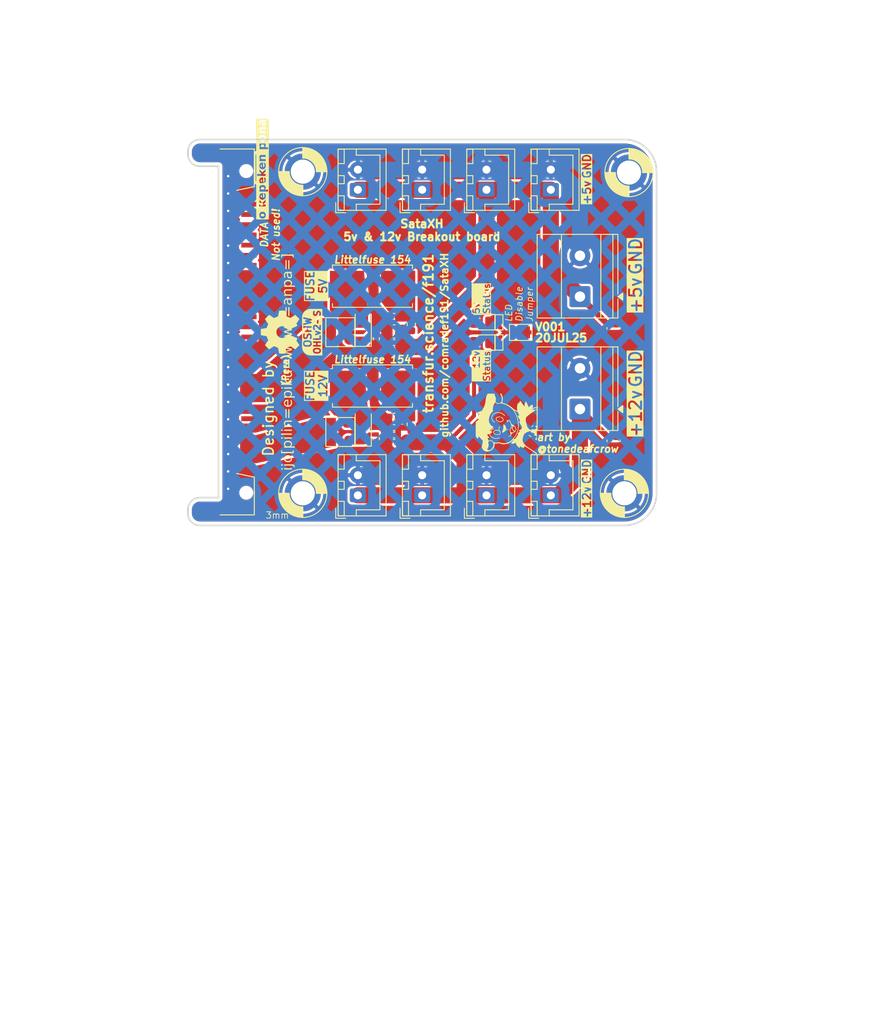
<source format=kicad_pcb>
(kicad_pcb (version 20241229) (generator "pcbnew") (generator_version "9.0")
  (layers (0 "F.Cu" signal) (2 "B.Cu" signal) (13 "F.Paste" user) (15 "B.Paste" user) (5 "F.SilkS" user "F.Silkscreen") (7 "B.SilkS" user "B.Silkscreen") (1 "F.Mask" user) (3 "B.Mask" user) (25 "Edge.Cuts" user))
  (net 0 "")
  (net 1 "/PowerRail-1/UNFILTERED")
  (net 2 "GND")
  (net 3 "+5V")
  (net 4 "/PowerRail-2/UNFILTERED")
  (net 5 "+12V")
  (net 6 "/PowerRail-1/GATE")
  (net 7 "/PowerRail-1/SOURCE")
  (net 8 "/PowerRail-2/GATE")
  (net 9 "/PowerRail-2/SOURCE")
  (net 10 "/VIN-12V")
  (net 11 "/VIN-5V")
  (net 23 "Net-(D3-K)")
  (net 24 "Net-(D4-K)")
  (net 25 "Net-(JP1-A)")
  (footprint "Fuse:Fuseholder_Littelfuse_Nano2_154x" (layer "F.Cu") (at 77.949 67.051)
    (property "Reference" "F2" (hide yes))
    (property "Value" "3A")
    (pad "1" smd rect (at -3.185 0) (size 4.24 3.81) (layers "F.Cu" "F.Mask" "F.Paste") (net 9 "/PowerRail-2/SOURCE"))
    (pad "2" smd rect (at 3.185 0) (size 4.24 3.81) (layers "F.Cu" "F.Mask" "F.Paste") (net 4 "/PowerRail-2/UNFILTERED"))
  )
  (footprint "LED_SMD:LED_0805_2012Metric" (layer "F.Cu") (at 91.519 61.655 180)
    (property "Reference" "D4" (hide yes))
    (property "Value" "RED")
    (pad "1" smd roundrect (at -0.9375 0 180) (size 0.975 1.4) (layers "F.Cu" "F.Mask" "F.Paste") (net 24 "Net-(D4-K)"))
    (pad "2" smd roundrect (at 0.9375 0 180) (size 0.975 1.4) (layers "F.Cu" "F.Mask" "F.Paste") (net 5 "+12V"))
  )
  (footprint "LOGO" (layer "F.Cu") (at 94.59 71.81 90)
    (property "Reference" "G***" (hide yes))
    (property "Value" "LOGO" (hide yes))
  )
  (footprint "PCM_Resistor_SMD_AKL:R_0402_1005Metric" (layer "F.Cu") (at 93.669 59.135 90)
    (property "Reference" "R3" (hide yes))
    (property "Value" "200Ω" (hide yes))
    (pad "1" smd roundrect (at -0.51 0 90) (size 0.54 0.64) (layers "F.Cu" "F.Mask" "F.Paste") (net 25 "Net-(JP1-A)"))
    (pad "2" smd roundrect (at 0.51 0 90) (size 0.54 0.64) (layers "F.Cu" "F.Mask" "F.Paste") (net 23 "Net-(D3-K)"))
  )
  (footprint "TerminalBlock_Phoenix:TerminalBlock_Phoenix_MKDS-1,5-2-5.08_1x02_P5.08mm_Horizontal" (layer "F.Cu") (at 103.749 69.925 90)
    (property "Reference" "J7" (hide yes))
    (property "Value" "SCREW-5.08-1x2")
    (pad "1" thru_hole roundrect (at 0 0 90) (size 2.6 2.6) (drill 1.3) (layers "*.Cu" "*.Mask") (roundrect_rratio 0.096154) (net 5 "+12V"))
    (pad "2" thru_hole circle (at 5.08 0 90) (size 2.6 2.6) (drill 1.3) (layers "*.Cu" "*.Mask") (net 2 "GND"))
  )
  (footprint "Inductor_SMD:L_0603_1608Metric" (layer "F.Cu") (at 82.779 71.801 -90)
    (property "Reference" "FB2" (hide yes))
    (property "Value" "BLM18PG221SN1D")
    (pad "1" smd roundrect (at -0.7875 0 270) (size 0.875 0.95) (layers "F.Cu" "F.Mask" "F.Paste") (net 4 "/PowerRail-2/UNFILTERED"))
    (pad "2" smd roundrect (at 0.7875 0 270) (size 0.875 0.95) (layers "F.Cu" "F.Mask" "F.Paste") (net 5 "+12V"))
  )
  (footprint "Capacitor_SMD:C_0402_1005Metric" (layer "F.Cu") (at 80.639 73.141)
    (property "Reference" "C7" (hide yes))
    (property "Value" "1uF")
    (pad "1" smd roundrect (at -0.48 0) (size 0.56 0.62) (layers "F.Cu" "F.Mask" "F.Paste") (net 2 "GND"))
    (pad "2" smd roundrect (at 0.48 0) (size 0.56 0.62) (layers "F.Cu" "F.Mask" "F.Paste") (net 5 "+12V"))
  )
  (footprint "CustomFootprints:AMPHENOL_10101788-002CLF" (layer "F.Cu") (at 54.991 60.325 -90)
    (property "Reference" "J1" (hide yes))
    (property "Value" "10101788-002CLF")
    (fp_line (start -20.6 -1.5) (end -20.6 -3.8) (stroke (width 0.2)) (layer "Edge.Cuts"))
    (fp_line (start 20.6 -1.5) (end 20.6 -3.8) (stroke (width 0.2)) (layer "Edge.Cuts"))
    (fp_line (start 20.6 -3.8) (end -20.6 -3.8) (stroke (width 0.2)) (layer "Edge.Cuts"))
    (fp_arc (start 22.1 0) (mid 21.03934 -0.43934) (end 20.6 -1.5) (stroke (width 0.2)) (layer "Edge.Cuts"))
    (fp_arc (start -20.6 -1.5) (mid -21.03934 -0.43934) (end -22.1 0) (stroke (width 0.2)) (layer "Edge.Cuts"))
    (pad "" np_thru_hole circle (at -20 -7.26 270) (size 1.25 1.25) (drill 1.25) (layers "*.Cu" "*.Mask"))
    (pad "" np_thru_hole circle (at 20 -7.26 270) (size 1.25 1.25) (drill 1.25) (layers "*.Cu" "*.Mask"))
    (pad "P1" smd rect (at -1.88 -7.59 270) (size 0.6 1.9) (layers "F.Cu" "F.Mask" "F.Paste"))
    (pad "P2" smd rect (at -0.635 -7.59 270) (size 0.6 1.9) (layers "F.Cu" "F.Mask" "F.Paste"))
    (pad "P3" smd rect (at 0.635 -7.59 270) (size 0.6 1.9) (layers "F.Cu" "F.Mask" "F.Paste"))
    (pad "P4" smd rect (at 1.905 -7.59 270) (size 0.6 1.9) (layers "F.Cu" "F.Mask" "F.Paste") (net 2 "GND"))
    (pad "P5" smd rect (at 3.175 -7.59 270) (size 0.6 1.9) (layers "F.Cu" "F.Mask" "F.Paste") (net 2 "GND"))
    (pad "P6" smd rect (at 4.445 -7.59 270) (size 0.6 1.9) (layers "F.Cu" "F.Mask" "F.Paste") (net 2 "GND"))
    (pad "P7" smd rect (at 5.715 -7.59 270) (size 0.6 1.9) (layers "F.Cu" "F.Mask" "F.Paste") (net 11 "/VIN-5V"))
    (pad "P8" smd rect (at 6.985 -7.59 270) (size 0.6 1.9) (layers "F.Cu" "F.Mask" "F.Paste") (net 11 "/VIN-5V"))
    (pad "P9" smd rect (at 8.255 -7.59 270) (size 0.6 1.9) (layers "F.Cu" "F.Mask" "F.Paste") (net 11 "/VIN-5V"))
    (pad "P10" smd rect (at 9.525 -7.59 270) (size 0.6 1.9) (layers "F.Cu" "F.Mask" "F.Paste") (net 2 "GND"))
    (pad "P11" smd rect (at 10.795 -7.59 270) (size 0.6 1.9) (layers "F.Cu" "F.Mask" "F.Paste"))
    (pad "P12" smd rect (at 12.065 -7.59 270) (size 0.6 1.9) (layers "F.Cu" "F.Mask" "F.Paste") (net 2 "GND"))
    (pad "P13" smd rect (at 13.335 -7.59 270) (size 0.6 1.9) (layers "F.Cu" "F.Mask" "F.Paste") (net 10 "/VIN-12V"))
    (pad "P14" smd rect (at 14.605 -7.59 270) (size 0.6 1.9) (layers "F.Cu" "F.Mask" "F.Paste") (net 10 "/VIN-12V"))
    (pad "P15" smd rect (at 15.875 -7.59 270) (size 0.6 1.9) (layers "F.Cu" "F.Mask" "F.Paste") (net 10 "/VIN-12V"))
    (pad "S1" smd rect (at -15.875 -7.59 270) (size 0.6 1.9) (layers "F.Cu" "F.Mask" "F.Paste"))
    (pad "S2" smd rect (at -14.605 -7.59 270) (size 0.6 1.9) (layers "F.Cu" "F.Mask" "F.Paste"))
    (pad "S3" smd rect (at -13.335 -7.59 270) (size 0.6 1.9) (layers "F.Cu" "F.Mask" "F.Paste"))
    (pad "S4" smd rect (at -12.065 -7.59 270) (size 0.6 1.9) (layers "F.Cu" "F.Mask" "F.Paste"))
    (pad "S5" smd rect (at -10.795 -7.59 270) (size 0.6 1.9) (layers "F.Cu" "F.Mask" "F.Paste"))
    (pad "S6" smd rect (at -9.525 -7.59 270) (size 0.6 1.9) (layers "F.Cu" "F.Mask" "F.Paste"))
    (pad "S7" smd rect (at -8.28 -7.59 270) (size 0.6 1.9) (layers "F.Cu" "F.Mask" "F.Paste"))
    (pad "SH1" smd rect (at -22.115 -2.26 270) (size 1.5 2.3) (layers "F.Cu" "F.Mask" "F.Paste") (net 2 "GND"))
    (pad "SH2" smd rect (at 22.115 -2.26 270) (size 1.5 2.3) (layers "F.Cu" "F.Mask" "F.Paste") (net 2 "GND"))
  )
  (footprint "Capacitor_SMD:C_0402_1005Metric" (layer "F.Cu") (at 108.389 73.875 90)
    (property "Reference" "C12" (hide yes))
    (property "Value" "10uF")
    (pad "1" smd roundrect (at -0.48 0 90) (size 0.56 0.62) (layers "F.Cu" "F.Mask" "F.Paste") (net 2 "GND"))
    (pad "2" smd roundrect (at 0.48 0 90) (size 0.56 0.62) (layers "F.Cu" "F.Mask" "F.Paste") (net 5 "+12V"))
  )
  (footprint "Connector_JST:JST_XH_B2B-XH-A_1x02_P2.50mm_Vertical" (layer "F.Cu") (at 76.129 42.645 90)
    (property "Reference" "J2" (hide yes))
    (property "Value" "JSTXH-1x2")
    (pad "1" thru_hole roundrect (at 0 0 90) (size 1.7 2) (drill 1) (layers "*.Cu" "*.Mask") (roundrect_rratio 0.147059) (net 3 "+5V"))
    (pad "2" thru_hole oval (at 2.5 0 90) (size 1.7 2) (drill 1) (layers "*.Cu" "*.Mask") (net 2 "GND"))
  )
  (footprint "TerminalBlock_Phoenix:TerminalBlock_Phoenix_MKDS-1,5-2-5.08_1x02_P5.08mm_Horizontal" (layer "F.Cu") (at 103.749 55.935 90)
    (property "Reference" "J6" (hide yes))
    (property "Value" "SCREW-5.08-1x2")
    (pad "1" thru_hole roundrect (at 0 0 90) (size 2.6 2.6) (drill 1.3) (layers "*.Cu" "*.Mask") (roundrect_rratio 0.096154) (net 3 "+5V"))
    (pad "2" thru_hole circle (at 5.08 0 90) (size 2.6 2.6) (drill 1.3) (layers "*.Cu" "*.Mask") (net 2 "GND"))
  )
  (footprint "LED_SMD:LED_0805_2012Metric" (layer "F.Cu") (at 91.519 59.115 180)
    (property "Reference" "D3" (hide yes))
    (property "Value" "GRN")
    (pad "1" smd roundrect (at -0.9375 0 180) (size 0.975 1.4) (layers "F.Cu" "F.Mask" "F.Paste") (net 23 "Net-(D3-K)"))
    (pad "2" smd roundrect (at 0.9375 0 180) (size 0.975 1.4) (layers "F.Cu" "F.Mask" "F.Paste") (net 3 "+5V"))
  )
  (footprint "Connector_JST:JST_XH_B2B-XH-A_1x02_P2.50mm_Vertical" (layer "F.Cu") (at 100.129 80.645 90)
    (property "Reference" "J11" (hide yes))
    (property "Value" "JSTXH-1x2")
    (pad "1" thru_hole roundrect (at 0 0 90) (size 1.7 2) (drill 1) (layers "*.Cu" "*.Mask") (roundrect_rratio 0.147059) (net 5 "+12V"))
    (pad "2" thru_hole oval (at 2.5 0 90) (size 1.7 2) (drill 1) (layers "*.Cu" "*.Mask") (net 2 "GND"))
  )
  (footprint "Capacitor_SMD:C_0402_1005Metric" (layer "F.Cu") (at 80.639 70.801)
    (property "Reference" "C5" (hide yes))
    (property "Value" "10nF")
    (pad "1" smd roundrect (at -0.48 0) (size 0.56 0.62) (layers "F.Cu" "F.Mask" "F.Paste") (net 2 "GND"))
    (pad "2" smd roundrect (at 0.48 0) (size 0.56 0.62) (layers "F.Cu" "F.Mask" "F.Paste") (net 4 "/PowerRail-2/UNFILTERED"))
  )
  (footprint "CustomFootprints:M3 Mounting Hole ~ Classic - Pad" (layer "F.Cu") (at 69.279 40.395)
    (property "Reference" "H1" (hide yes))
    (property "Value" "MountingHole_Pad")
    (pad "1" thru_hole circle (at 0 0) (size 4.5 4.5) (drill 3) (layers "*.Cu" "*.Mask") (net 2 "GND"))
  )
  (footprint "PCM_Package_TO_SOT_SMD_AKL:SOT-23" (layer "F.Cu") (at 73.949 60.358 180)
    (property "Reference" "Q1" (hide yes))
    (property "Value" "Si2301CDS" (hide yes))
    (pad "1" smd roundrect (at -1 -0.95 180) (size 0.9 0.8) (layers "F.Cu" "F.Mask" "F.Paste") (net 6 "/PowerRail-1/GATE"))
    (pad "2" smd roundrect (at -1 0.95 180) (size 0.9 0.8) (layers "F.Cu" "F.Mask" "F.Paste") (net 7 "/PowerRail-1/SOURCE"))
    (pad "3" smd roundrect (at 1 0 180) (size 0.9 0.8) (layers "F.Cu" "F.Mask" "F.Paste") (net 11 "/VIN-5V"))
  )
  (footprint "Capacitor_SMD:C_0402_1005Metric" (layer "F.Cu") (at 80.639 59.808)
    (property "Reference" "C2" (hide yes))
    (property "Value" "100nF")
    (pad "1" smd roundrect (at -0.48 0) (size 0.56 0.62) (layers "F.Cu" "F.Mask" "F.Paste") (net 2 "GND"))
    (pad "2" smd roundrect (at 0.48 0) (size 0.56 0.62) (layers "F.Cu" "F.Mask" "F.Paste") (net 3 "+5V"))
  )
  (footprint "Capacitor_SMD:C_0402_1005Metric" (layer "F.Cu") (at 80.639 72.221)
    (property "Reference" "C6" (hide yes))
    (property "Value" "100nF")
    (pad "1" smd roundrect (at -0.48 0) (size 0.56 0.62) (layers "F.Cu" "F.Mask" "F.Paste") (net 2 "GND"))
    (pad "2" smd roundrect (at 0.48 0) (size 0.56 0.62) (layers "F.Cu" "F.Mask" "F.Paste") (net 5 "+12V"))
  )
  (footprint "CustomFootprints:M3 Mounting Hole ~ Classic - Pad" (layer "F.Cu") (at 109.850004 40.509998)
    (property "Reference" "H3" (hide yes))
    (property "Value" "MountingHole_Pad")
    (pad "1" thru_hole circle (at 0 0) (size 4.5 4.5) (drill 3) (layers "*.Cu" "*.Mask") (net 2 "GND"))
  )
  (footprint "Resistor_SMD:R_0402_1005Metric" (layer "F.Cu") (at 78.419 73.591 90)
    (property "Reference" "R2" (hide yes))
    (property "Value" "100k")
    (pad "1" smd roundrect (at -0.51 0 90) (size 0.54 0.64) (layers "F.Cu" "F.Mask" "F.Paste") (net 2 "GND"))
    (pad "2" smd roundrect (at 0.51 0 90) (size 0.54 0.64) (layers "F.Cu" "F.Mask" "F.Paste") (net 8 "/PowerRail-2/GATE"))
  )
  (footprint "Diode_SMD:D_SOD-123" (layer "F.Cu") (at 76.799 59.758 90)
    (property "Reference" "D1" (hide yes))
    (property "Value" "15v")
    (pad "1" smd roundrect (at -1.65 0 90) (size 0.9 1.2) (layers "F.Cu" "F.Mask" "F.Paste") (net 6 "/PowerRail-1/GATE"))
    (pad "2" smd roundrect (at 1.65 0 90) (size 0.9 1.2) (layers "F.Cu" "F.Mask" "F.Paste") (net 7 "/PowerRail-1/SOURCE"))
  )
  (footprint "Capacitor_SMD:C_0402_1005Metric" (layer "F.Cu") (at 80.639 60.728)
    (property "Reference" "C3" (hide yes))
    (property "Value" "1uF")
    (pad "1" smd roundrect (at -0.48 0) (size 0.56 0.62) (layers "F.Cu" "F.Mask" "F.Paste") (net 2 "GND"))
    (pad "2" smd roundrect (at 0.48 0) (size 0.56 0.62) (layers "F.Cu" "F.Mask" "F.Paste") (net 3 "+5V"))
  )
  (footprint "CustomFootprints:M3 Mounting Hole ~ Classic - Pad" (layer "F.Cu") (at 69.279 80.395)
    (property "Reference" "H2" (hide yes))
    (property "Value" "MountingHole_Pad")
    (pad "1" thru_hole circle (at 0 0) (size 4.5 4.5) (drill 3) (layers "*.Cu" "*.Mask") (net 2 "GND"))
  )
  (footprint "Connector_JST:JST_XH_B2B-XH-A_1x02_P2.50mm_Vertical" (layer "F.Cu") (at 76.129 80.645 90)
    (property "Reference" "J3" (hide yes))
    (property "Value" "JSTXH-1x2")
    (pad "1" thru_hole roundrect (at 0 0 90) (size 1.7 2) (drill 1) (layers "*.Cu" "*.Mask") (roundrect_rratio 0.147059) (net 5 "+12V"))
    (pad "2" thru_hole oval (at 2.5 0 90) (size 1.7 2) (drill 1) (layers "*.Cu" "*.Mask") (net 2 "GND"))
  )
  (footprint "Resistor_SMD:R_0402_1005Metric" (layer "F.Cu") (at 78.419 61.178 90)
    (property "Reference" "R1" (hide yes))
    (property "Value" "100k")
    (pad "1" smd roundrect (at -0.51 0 90) (size 0.54 0.64) (layers "F.Cu" "F.Mask" "F.Paste") (net 2 "GND"))
    (pad "2" smd roundrect (at 0.51 0 90) (size 0.54 0.64) (layers "F.Cu" "F.Mask" "F.Paste") (net 6 "/PowerRail-1/GATE"))
  )
  (footprint "Capacitor_SMD:C_0402_1005Metric" (layer "F.Cu") (at 107.469 73.875 90)
    (property "Reference" "C10" (hide yes))
    (property "Value" "100nF")
    (pad "1" smd roundrect (at -0.48 0 90) (size 0.56 0.62) (layers "F.Cu" "F.Mask" "F.Paste") (net 2 "GND"))
    (pad "2" smd roundrect (at 0.48 0 90) (size 0.56 0.62) (layers "F.Cu" "F.Mask" "F.Paste") (net 5 "+12V"))
  )
  (footprint "Inductor_SMD:L_0603_1608Metric" (layer "F.Cu") (at 82.779 59.388 -90)
    (property "Reference" "FB1" (hide yes))
    (property "Value" "BLM18PG221SN1D")
    (pad "1" smd roundrect (at -0.7875 0 270) (size 0.875 0.95) (layers "F.Cu" "F.Mask" "F.Paste") (net 1 "/PowerRail-1/UNFILTERED"))
    (pad "2" smd roundrect (at 0.7875 0 270) (size 0.875 0.95) (layers "F.Cu" "F.Mask" "F.Paste") (net 3 "+5V"))
  )
  (footprint "CustomFootprints:M3 Mounting Hole ~ Classic - Pad" (layer "F.Cu") (at 109.279 80.395)
    (property "Reference" "H4" (hide yes))
    (property "Value" "MountingHole_Pad")
    (pad "1" thru_hole circle (at 0 0) (size 4.5 4.5) (drill 3) (layers "*.Cu" "*.Mask") (net 2 "GND"))
  )
  (footprint "Connector_JST:JST_XH_B2B-XH-A_1x02_P2.50mm_Vertical" (layer "F.Cu") (at 92.129 42.645 90)
    (property "Reference" "J8" (hide yes))
    (property "Value" "JSTXH-1x2")
    (pad "1" thru_hole roundrect (at 0 0 90) (size 1.7 2) (drill 1) (layers "*.Cu" "*.Mask") (roundrect_rratio 0.147059) (net 3 "+5V"))
    (pad "2" thru_hole oval (at 2.5 0 90) (size 1.7 2) (drill 1) (layers "*.Cu" "*.Mask") (net 2 "GND"))
  )
  (footprint "Jumper:SolderJumper-2_P1.3mm_Bridged_Pad1.0x1.5mm" (layer "F.Cu") (at 96.389 60.385)
    (property "Reference" "JP1" (hide yes))
    (property "Value" "JMP-Solder")
    (fp_poly (pts (xy -0.25 -0.3) (xy 0.25 -0.3) (xy 0.25 0.3) (xy -0.25 0.3)) (fill yes) (layer "F.Cu"))
    (pad "1" smd rect (at -0.65 0) (size 1 1.5) (layers "F.Cu" "F.Mask") (net 25 "Net-(JP1-A)"))
    (pad "2" smd rect (at 0.65 0) (size 1 1.5) (layers "F.Cu" "F.Mask") (net 2 "GND"))
  )
  (footprint "Capacitor_SMD:C_0402_1005Metric" (layer "F.Cu") (at 80.639 74.061)
    (property "Reference" "C8" (hide yes))
    (property "Value" "10uF")
    (pad "1" smd roundrect (at -0.48 0) (size 0.56 0.62) (layers "F.Cu" "F.Mask" "F.Paste") (net 2 "GND"))
    (pad "2" smd roundrect (at 0.48 0) (size 0.56 0.62) (layers "F.Cu" "F.Mask" "F.Paste") (net 5 "+12V"))
  )
  (footprint "Fuse:Fuseholder_Littelfuse_Nano2_154x" (layer "F.Cu") (at 77.949 54.638)
    (property "Reference" "F1" (hide yes))
    (property "Value" "3A")
    (pad "1" smd rect (at -3.185 0) (size 4.24 3.81) (layers "F.Cu" "F.Mask" "F.Paste") (net 7 "/PowerRail-1/SOURCE"))
    (pad "2" smd rect (at 3.185 0) (size 4.24 3.81) (layers "F.Cu" "F.Mask" "F.Paste") (net 1 "/PowerRail-1/UNFILTERED"))
  )
  (footprint "Capacitor_SMD:C_0402_1005Metric" (layer "F.Cu") (at 107.469 59.885 90)
    (property "Reference" "C9" (hide yes))
    (property "Value" "100nF")
    (pad "1" smd roundrect (at -0.48 0 90) (size 0.56 0.62) (layers "F.Cu" "F.Mask" "F.Paste") (net 2 "GND"))
    (pad "2" smd roundrect (at 0.48 0 90) (size 0.56 0.62) (layers "F.Cu" "F.Mask" "F.Paste") (net 3 "+5V"))
  )
  (footprint "Connector_JST:JST_XH_B2B-XH-A_1x02_P2.50mm_Vertical" (layer "F.Cu") (at 92.129 80.645 90)
    (property "Reference" "J9" (hide yes))
    (property "Value" "JSTXH-1x2")
    (pad "1" thru_hole roundrect (at 0 0 90) (size 1.7 2) (drill 1) (layers "*.Cu" "*.Mask") (roundrect_rratio 0.147059) (net 5 "+12V"))
    (pad "2" thru_hole oval (at 2.5 0 90) (size 1.7 2) (drill 1) (layers "*.Cu" "*.Mask") (net 2 "GND"))
  )
  (footprint "Connector_JST:JST_XH_B2B-XH-A_1x02_P2.50mm_Vertical" (layer "F.Cu") (at 100.129 42.645 90)
    (property "Reference" "J10" (hide yes))
    (property "Value" "JSTXH-1x2")
    (pad "1" thru_hole roundrect (at 0 0 90) (size 1.7 2) (drill 1) (layers "*.Cu" "*.Mask") (roundrect_rratio 0.147059) (net 3 "+5V"))
    (pad "2" thru_hole oval (at 2.5 0 90) (size 1.7 2) (drill 1) (layers "*.Cu" "*.Mask") (net 2 "GND"))
  )
  (footprint "PCM_Package_TO_SOT_SMD_AKL:SOT-23" (layer "F.Cu") (at 73.949 72.771 180)
    (property "Reference" "Q2" (hide yes))
    (property "Value" "Si2301CDS" (hide yes))
    (pad "1" smd roundrect (at -1 -0.95 180) (size 0.9 0.8) (layers "F.Cu" "F.Mask" "F.Paste") (net 8 "/PowerRail-2/GATE"))
    (pad "2" smd roundrect (at -1 0.95 180) (size 0.9 0.8) (layers "F.Cu" "F.Mask" "F.Paste") (net 9 "/PowerRail-2/SOURCE"))
    (pad "3" smd roundrect (at 1 0 180) (size 0.9 0.8) (layers "F.Cu" "F.Mask" "F.Paste") (net 10 "/VIN-12V"))
  )
  (footprint "Capacitor_SMD:C_0402_1005Metric" (layer "F.Cu") (at 80.639 61.648)
    (property "Reference" "C4" (hide yes))
    (property "Value" "10uF")
    (pad "1" smd roundrect (at -0.48 0) (size 0.56 0.62) (layers "F.Cu" "F.Mask" "F.Paste") (net 2 "GND"))
    (pad "2" smd roundrect (at 0.48 0) (size 0.56 0.62) (layers "F.Cu" "F.Mask" "F.Paste") (net 3 "+5V"))
  )
  (footprint "Symbol:OSHW-Symbol_6.7x6mm_SilkScreen" (layer "F.Cu") (at 66.47 60.358 90)
    (property "Reference" "REF**" (hide yes))
    (property "Value" "OSHW-Symbol_6.7x6mm_SilkScreen" (hide yes))
  )
  (footprint "Connector_JST:JST_XH_B2B-XH-A_1x02_P2.50mm_Vertical" (layer "F.Cu") (at 84.129 80.645 90)
    (property "Reference" "J5" (hide yes))
    (property "Value" "JSTXH-1x2")
    (pad "1" thru_hole roundrect (at 0 0 90) (size 1.7 2) (drill 1) (layers "*.Cu" "*.Mask") (roundrect_rratio 0.147059) (net 5 "+12V"))
    (pad "2" thru_hole oval (at 2.5 0 90) (size 1.7 2) (drill 1) (layers "*.Cu" "*.Mask") (net 2 "GND"))
  )
  (footprint "PCM_Resistor_SMD_AKL:R_0402_1005Metric" (layer "F.Cu") (at 93.669 61.635 -90)
    (property "Reference" "R4" (hide yes))
    (property "Value" "200Ω" (hide yes))
    (pad "1" smd roundrect (at -0.51 0 270) (size 0.54 0.64) (layers "F.Cu" "F.Mask" "F.Paste") (net 25 "Net-(JP1-A)"))
    (pad "2" smd roundrect (at 0.51 0 270) (size 0.54 0.64) (layers "F.Cu" "F.Mask" "F.Paste") (net 24 "Net-(D4-K)"))
  )
  (footprint "Connector_JST:JST_XH_B2B-XH-A_1x02_P2.50mm_Vertical" (layer "F.Cu") (at 84.129 42.645 90)
    (property "Reference" "J4" (hide yes))
    (property "Value" "JSTXH-1x2")
    (pad "1" thru_hole roundrect (at 0 0 90) (size 1.7 2) (drill 1) (layers "*.Cu" "*.Mask") (roundrect_rratio 0.147059) (net 3 "+5V"))
    (pad "2" thru_hole oval (at 2.5 0 90) (size 1.7 2) (drill 1) (layers "*.Cu" "*.Mask") (net 2 "GND"))
  )
  (footprint "LOGO" (layer "F.Cu") (at 94.365001 71.841299 90)
    (property "Reference" "G***" (hide yes))
    (property "Value" "LOGO" (hide yes))
  )
  (footprint "Capacitor_SMD:C_0402_1005Metric" (layer "F.Cu") (at 108.389 59.885 90)
    (property "Reference" "C11" (hide yes))
    (property "Value" "10uF")
    (pad "1" smd roundrect (at -0.48 0 90) (size 0.56 0.62) (layers "F.Cu" "F.Mask" "F.Paste") (net 2 "GND"))
    (pad "2" smd roundrect (at 0.48 0 90) (size 0.56 0.62) (layers "F.Cu" "F.Mask" "F.Paste") (net 3 "+5V"))
  )
  (footprint "Capacitor_SMD:C_0402_1005Metric" (layer "F.Cu") (at 80.639 58.388)
    (property "Reference" "C1" (hide yes))
    (property "Value" "10nF")
    (pad "1" smd roundrect (at -0.48 0) (size 0.56 0.62) (layers "F.Cu" "F.Mask" "F.Paste") (net 2 "GND"))
    (pad "2" smd roundrect (at 0.48 0) (size 0.56 0.62) (layers "F.Cu" "F.Mask" "F.Paste") (net 1 "/PowerRail-1/UNFILTERED"))
  )
  (footprint "Diode_SMD:D_SOD-123" (layer "F.Cu") (at 76.799 72.171 90)
    (property "Reference" "D2" (hide yes))
    (property "Value" "15v")
    (pad "1" smd roundrect (at -1.65 0 90) (size 0.9 1.2) (layers "F.Cu" "F.Mask" "F.Paste") (net 8 "/PowerRail-2/GATE"))
    (pad "2" smd roundrect (at 1.65 0 90) (size 0.9 1.2) (layers "F.Cu" "F.Mask" "F.Paste") (net 9 "/PowerRail-2/SOURCE"))
  )
  (gr_arc (start 69.25472 58.515389) (mid 69.544709 57.815377) (end 70.24472 57.525389) (stroke (width 0.12)) (layer "F.SilkS"))
  (gr_rect (start 63.632 37.940146) (end 64.503992 37.828554) (stroke (width 0.1)) (fill yes) (layer "F.SilkS"))
  (gr_poly (pts (xy 70.47332 63.178508) (xy 70.47332 62.193235) (xy 69.25472 62.200611) (xy 69.515727 62.900646) (xy 70.214774 63.183541)) (stroke (width 0.05)) (fill yes) (layer "F.SilkS"))
  (gr_rect (start 109.573 53.136) (end 111.635 53.644) (stroke (width 0.05)) (fill yes) (layer "F.SilkS"))
  (gr_poly (pts (xy 64.869581 41.6) (xy 64.757989 41.6) (xy 64.630989 41.869408) (xy 64.757989 41.869408)) (stroke (width 0.1)) (fill yes) (layer "F.SilkS"))
  (gr_rect (start 70.24472 63.110611) (end 71.6516 63.190611) (stroke (width 0.12)) (fill yes) (layer "F.SilkS"))
  (gr_poly (pts (xy 70.47332 57.537492) (xy 70.47332 58.522765) (xy 69.407525 58.456433) (xy 69.25472 58.515389) (xy 69.515727 57.815354) (xy 70.214774 57.532459)) (stroke (width 0.05)) (fill yes) (layer "F.SilkS"))
  (gr_rect (start 70.24472 57.525389) (end 71.6516 57.605389) (stroke (width 0.12)) (fill yes) (layer "F.SilkS"))
  (gr_rect (start 63.251 41.627946) (end 63.362592 38.209554) (stroke (width 0.1)) (fill yes) (layer "F.SilkS"))
  (gr_poly (pts (xy 63.251 38.209554) (xy 63.489592 38.209554) (xy 63.489592 37.940146) (xy 63.362592 37.940146)) (stroke (width 0.1)) (fill yes) (layer "F.SilkS"))
  (gr_arc (start 64.488581 37.828554) (mid 64.757992 37.940144) (end 64.869581 38.209554) (stroke (width 0.1)) (layer "F.SilkS"))
  (gr_arc (start 63.251 38.209554) (mid 63.362589 37.940143) (end 63.632 37.828554) (stroke (width 0.1)) (layer "F.SilkS"))
  (gr_rect (start 103.879 41.14) (end 105.251 41.498) (stroke (width 0.05)) (fill yes) (layer "F.SilkS"))
  (gr_rect (start 64.757989 41.6) (end 64.869581 38.209554) (stroke (width 0.1)) (fill yes) (layer "F.SilkS"))
  (gr_arc (start 63.632 41.981) (mid 63.362589 41.869411) (end 63.251 41.6) (stroke (width 0.1)) (layer "F.SilkS"))
  (gr_poly (pts (xy 63.632 37.828554) (xy 63.632 38.067146) (xy 63.362592 38.067146) (xy 63.362592 37.940146)) (stroke (width 0.1)) (fill yes) (layer "F.SilkS"))
  (gr_line (start 69.254721 58.515389) (end 69.25472 62.195273) (stroke (width 0.12)) (layer "F.SilkS"))
  (gr_line (start 69.254721 58.515389) (end 69.25472 62.195273) (stroke (width 0.12)) (layer "F.SilkS"))
  (gr_arc (start 70.24472 63.190611) (mid 69.544687 62.900644) (end 69.25472 62.200611) (stroke (width 0.12)) (layer "F.SilkS"))
  (gr_poly (pts (xy 64.869581 38.209554) (xy 64.630989 38.209554) (xy 64.630989 37.940146) (xy 64.757989 37.940146)) (stroke (width 0.1)) (fill yes) (layer "F.SilkS"))
  (gr_rect (start 103.879 79.14) (end 105.251 79.648) (stroke (width 0.05)) (fill yes) (layer "F.SilkS"))
  (gr_rect (start 63.632 41.981) (end 64.503992 41.869408) (stroke (width 0.1)) (fill yes) (layer "F.SilkS"))
  (gr_poly (pts (xy 64.488581 37.828554) (xy 64.488581 38.067146) (xy 64.757989 38.067146) (xy 64.757989 37.940146)) (stroke (width 0.1)) (fill yes) (layer "F.SilkS"))
  (gr_rect (start 109.573 67.126) (end 111.635 67.634) (stroke (width 0.05)) (fill yes) (layer "F.SilkS"))
  (gr_poly (pts (xy 64.488581 41.981) (xy 64.45 41.8) (xy 64.757989 41.742408) (xy 64.757989 41.869408)) (stroke (width 0.1)) (fill yes) (layer "F.SilkS"))
  (gr_arc (start 64.869581 41.6) (mid 64.757992 41.869411) (end 64.488581 41.981) (stroke (width 0.1)) (layer "F.SilkS"))
  (gr_poly (pts (xy 63.251 41.6) (xy 63.489592 41.6) (xy 63.489592 41.869408) (xy 63.362592 41.869408)) (stroke (width 0.1)) (fill yes) (layer "F.SilkS"))
  (gr_poly (pts (xy 63.632 41.981) (xy 63.632 41.742408) (xy 63.362592 41.742408) (xy 63.362592 41.869408)) (stroke (width 0.1)) (fill yes) (layer "F.SilkS"))
  (gr_line (start 71.6516 57.525389) (end 71.6516 63.190611) (stroke (width 0.12)) (layer "F.SilkS"))
  (gr_line (start 54.991 38.225) (end 54.991 37.895) (stroke (width 0.2)) (layer "Edge.Cuts"))
  (gr_line (start 109.279 84.395) (end 56.491 84.395) (stroke (width 0.2)) (layer "Edge.Cuts"))
  (gr_line (start 109.279 36.395) (end 56.491 36.395) (stroke (width 0.2)) (layer "Edge.Cuts"))
  (gr_arc (start 54.991 37.895) (mid 55.43034 36.83434) (end 56.491 36.395) (stroke (width 0.2)) (layer "Edge.Cuts"))
  (gr_line (start 113.279 80.395) (end 113.279 40.395) (stroke (width 0.2)) (layer "Edge.Cuts"))
  (gr_arc (start 56.491 84.395) (mid 55.43034 83.95566) (end 54.991 82.895) (stroke (width 0.2)) (layer "Edge.Cuts"))
  (gr_line (start 54.991 82.895) (end 54.991 82.425) (stroke (width 0.2)) (layer "Edge.Cuts"))
  (gr_arc (start 113.279 80.395) (mid 112.107427 83.223427) (end 109.279 84.395) (stroke (width 0.2)) (layer "Edge.Cuts"))
  (gr_arc (start 109.279 36.395) (mid 112.107427 37.566573) (end 113.279 40.395) (stroke (width 0.2)) (layer "Edge.Cuts"))
  (gr_text "SataXH\n5v & 12v Breakout board" (at 84.1 46.3 0) (layer "F.SilkS") (effects (font (size 1 1) (thickness 0.25) (bold yes)) (justify top)))
  (gr_text "3mm" (at 67.63 83.595 0) (layer "F.SilkS") (effects (font (size 0.8 0.8) (thickness 0.1)) (justify right bottom)))
  (gr_text "GND" (at 111.5515 67.38 90) (layer "F.SilkS" knockout) (effects (font (size 1.5 1.5) (thickness 0.25) (bold yes)) (justify left bottom)))
  (gr_text "transfur.science/f191" (at 84.2 60.52 90) (layer "F.SilkS") (effects (font (size 1.2 1.2) (thickness 0.25) (bold yes)) (justify top)))
  (gr_text "GND" (at 104.029 41.395 90) (layer "F.SilkS" knockout) (effects (font (size 1 1) (thickness 0.2) (bold yes)) (justify left top)))
  (gr_text "LED\nDisable\nJumper" (at 96.2 59.135 90) (layer "F.SilkS") (effects (font (size 0.8 0.8) (thickness 0.1) (italic yes)) (justify left)))
  (gr_text "GND" (at 111.5515 53.39 90) (layer "F.SilkS" knockout) (effects (font (size 1.5 1.5) (thickness 0.25) (bold yes)) (justify left bottom)))
  (gr_text "o kepeken pona" (at 64.244573 40.049946 90) (layer "F.SilkS" knockout) (effects (font (size 1 1) (thickness 0.18) (bold yes))))
  (gr_text "12v\nStatus" (at 91.519 62.605 90) (layer "F.SilkS" knockout) (effects (font (size 0.8 0.8) (thickness 0.15) (bold yes)) (justify right)))
  (gr_text "+5v" (at 111.5515 53.39 90) (layer "F.SilkS" knockout) (effects (font (size 1.5 1.5) (thickness 0.25) (bold yes)) (justify right bottom)))
  (gr_text "V001" (at 98.039 60.285 0) (layer "F.SilkS") (effects (font (size 1 1) (thickness 0.25) (bold yes)) (justify left bottom)))
  (gr_text "FUSE\n12V" (at 72.389 67.051 90) (layer "F.SilkS" knockout) (effects (font (size 1 1) (thickness 0.2) (bold yes)) (justify bottom)))
  (gr_text "(Pera)" (at 67.146 67.059 90) (layer "F.SilkS") (effects (font (size 0.8 0.8) (thickness 0.2) (bold yes)) (justify left)))
  (gr_text "DATA\nNot used!" (at 63.97 48.27 90) (layer "F.SilkS") (effects (font (size 0.9 0.9) (thickness 0.18) (bold yes) (italic yes)) (justify top)))
  (gr_text "20JUL25" (at 98.039 60.485 0) (layer "F.SilkS") (effects (font (size 1 1) (thickness 0.25) (bold yes)) (justify left top)))
  (gr_text "github.com/comradef191/SataXH" (at 86.375 61.975 90) (layer "F.SilkS") (effects (font (size 0.9 0.9) (thickness 0.2) (bold yes)) (justify top)))
  (gr_text "GND" (at 104.029 79.395 90) (layer "F.SilkS" knockout) (effects (font (size 1 1) (thickness 0.2) (bold yes)) (justify left top)))
  (gr_text "OHLv2-S" (at 71.55 60.358 90) (layer "F.SilkS" knockout) (effects (font (size 0.8 0.8) (thickness 0.2) (bold yes)) (justify bottom)))
  (gr_text "Littelfuse 154" (at 77.949 64.281 0) (layer "F.SilkS") (effects (font (size 0.9 0.9) (thickness 0.2) (bold yes) (italic yes)) (justify bottom)))
  (gr_text "+12v" (at 104.029 79.395 90) (layer "F.SilkS" knockout) (effects (font (size 1 1) (thickness 0.2) (bold yes)) (justify right top)))
  (gr_text "OSHW" (at 70.413776 60.353347 90) (layer "F.SilkS" knockout) (effects (font (size 0.9 0.9) (thickness 0.2) (bold yes)) (justify bottom)))
  (gr_text "5v\nStatus" (at 91.519 58.165 90) (layer "F.SilkS" knockout) (effects (font (size 0.8 0.8) (thickness 0.15) (bold yes)) (justify left)))
  (gr_text "FUSE\n5V" (at 72.389 54.638 90) (layer "F.SilkS" knockout) (effects (font (size 1 1) (thickness 0.2) (bold yes)) (justify bottom)))
  (gr_text "Designed by" (at 65 69.853 90) (layer "F.SilkS") (effects (font (size 1.3 1.3) (thickness 0.2) (bold yes))))
  (gr_text "art by\n@tonedeafcrow" (at 98.3 74.15 0) (layer "F.SilkS") (effects (font (size 0.9 0.9) (thickness 0.2) (bold yes) (italic yes)) (justify left)))
  (gr_text "Littelfuse 154" (at 77.949 51.868 0) (layer "F.SilkS") (effects (font (size 0.9 0.9) (thickness 0.2) (bold yes) (italic yes)) (justify bottom)))
  (gr_text "+12v" (at 111.5515 67.38 90) (layer "F.SilkS" knockout) (effects (font (size 1.5 1.5) (thickness 0.25) (bold yes)) (justify right bottom)))
  (gr_text "ijo[pilin=epiku=wawa=anpa=]" (at 67.4 77.6 90) (layer "F.SilkS") (effects (font (size 1.25 1.25)) (justify left)))
  (gr_text "+5v" (at 104.029 41.395 90) (layer "F.SilkS" knockout) (effects (font (size 1 1) (thickness 0.2) (bold yes)) (justify right top)))
  (via (at 60 64.715) (size 0.5) (drill 0.3) (layers "F.Cu" "B.Cu") (net 2))
  (via (at 60 45.275) (size 0.5) (drill 0.3) (layers "F.Cu" "B.Cu") (net 2))
  (via (at 60 60.395) (size 0.5) (drill 0.3) (layers "F.Cu" "B.Cu") (net 2))
  (via (at 60 56.075) (size 0.5) (drill 0.3) (layers "F.Cu" "B.Cu") (net 2))
  (via (at 60 53.915) (size 0.5) (drill 0.3) (layers "F.Cu" "B.Cu") (net 2))
  (via (at 60 58.235) (size 0.5) (drill 0.3) (layers "F.Cu" "B.Cu") (net 2))
  (via (at 60 62.555) (size 0.5) (drill 0.3) (layers "F.Cu" "B.Cu") (net 2))
  (via (at 60 77.675) (size 0.5) (drill 0.3) (layers "F.Cu" "B.Cu") (net 2))
  (via (at 60 49.595) (size 0.5) (drill 0.3) (layers "F.Cu" "B.Cu") (net 2))
  (via (at 60 73.355) (size 0.5) (drill 0.3) (layers "F.Cu" "B.Cu") (net 2))
  (via (at 60 66.875) (size 0.5) (drill 0.3) (layers "F.Cu" "B.Cu") (net 2))
  (via (at 60 71.195) (size 0.5) (drill 0.3) (layers "F.Cu" "B.Cu") (net 2))
  (via (at 60 43.115) (size 0.5) (drill 0.3) (layers "F.Cu" "B.Cu") (net 2))
  (via (at 60 79.835) (size 0.5) (drill 0.3) (layers "F.Cu" "B.Cu") (net 2))
  (via (at 60 69.035) (size 0.5) (drill 0.3) (layers "F.Cu" "B.Cu") (net 2))
  (via (at 60 51.755) (size 0.5) (drill 0.3) (layers "F.Cu" "B.Cu") (net 2))
  (via (at 60 40.955) (size 0.5) (drill 0.3) (layers "F.Cu" "B.Cu") (net 2))
  (via (at 60 47.435) (size 0.5) (drill 0.3) (layers "F.Cu" "B.Cu") (net 2))
  (via (at 60 75.515) (size 0.5) (drill 0.3) (layers "F.Cu" "B.Cu") (net 2))
  (segment (start 100.981382 40.145) (end 103.749 42.912618) (width 2) (layer "B.Cu") (net 2))
  (segment (start 100.129 68.465) (end 103.749 64.845) (width 2) (layer "B.Cu") (net 2))
  (segment (start 103.749 42.912618) (end 103.749 50.855) (width 2) (layer "B.Cu") (net 2))
  (segment (start 100.129 40.145) (end 100.981382 40.145) (width 2) (layer "B.Cu") (net 2))
  (segment (start 76.129 78.145) (end 100.129 78.145) (width 2) (layer "B.Cu") (net 2))
  (segment (start 100.129 78.145) (end 100.129 68.465) (width 2) (layer "B.Cu") (net 2))
  (segment (start 76.129 40.145) (end 100.129 40.145) (width 2) (layer "B.Cu") (net 2))
  (segment (start 90.5815 59.115) (end 88.8165 57.35) (width 0.5) (layer "F.Cu") (net 3))
  (segment (start 92.129 53.971) (end 92.129 42.645) (width 2) (layer "F.Cu") (net 3))
  (segment (start 88.8165 57.35) (end 88.75 57.35) (width 0.5) (layer "F.Cu") (net 3))
  (segment (start 103.749 55.935) (end 100.129 52.315) (width 2) (layer "F.Cu") (net 3))
  (segment (start 107.219 59.405) (end 103.749 55.935) (width 0.75) (layer "F.Cu") (net 3))
  (segment (start 108.389 59.405) (end 107.469 59.405) (width 0.75) (layer "F.Cu") (net 3))
  (segment (start 100.129 52.315) (end 100.129 42.645) (width 2) (layer "F.Cu") (net 3))
  (segment (start 88.75 57.35) (end 92.129 53.971) (width 2) (layer "F.Cu") (net 3))
  (segment (start 81.119 59.808) (end 82.4115 59.808) (width 0.75) (layer "F.Cu") (net 3))
  (segment (start 107.469 59.405) (end 107.219 59.405) (width 0.75) (layer "F.Cu") (net 3))
  (segment (start 76.129 42.645) (end 100.129 42.645) (width 2) (layer "F.Cu") (net 3))
  (segment (start 81.8 62.2) (end 81.35 61.75) (width 1.5) (layer "F.Cu") (net 3))
  (segment (start 81.35 61.75) (end 81.35 61.648) (width 1.5) (layer "F.Cu") (net 3))
  (segment (start 82.4115 59.808) (end 82.779 60.1755) (width 0.75) (layer "F.Cu") (net 3))
  (segment (start 81.119 59.808) (end 81.119 61.648) (width 0.75) (layer "F.Cu") (net 3))
  (segment (start 81.8 62.2) (end 83.9 62.2) (width 2) (layer "F.Cu") (net 3))
  (segment (start 83.9 62.2) (end 88.75 57.35) (width 2) (layer "F.Cu") (net 3))
  (segment (start 82.296 74.061) (end 87.269 74.061) (width 2) (layer "F.Cu") (net 5))
  (segment (start 101.129 80.645) (end 103.749 78.025) (width 2) (layer "F.Cu") (net 5))
  (segment (start 108.389 73.395) (end 107.469 73.395) (width 0.75) (layer "F.Cu") (net 5))
  (segment (start 87.269 74.061) (end 89.408 76.2) (width 2) (layer "F.Cu") (net 5))
  (segment (start 107.469 73.395) (end 107.219 73.395) (width 0.75) (layer "F.Cu") (net 5))
  (segment (start 103.749 78.025) (end 103.749 69.925) (width 2) (layer "F.Cu") (net 5))
  (segment (start 76.129 80.645) (end 100.129 80.645) (width 2) (layer "F.Cu") (net 5))
  (segment (start 81.119 72.221) (end 82.4115 72.221) (width 0.75) (layer "F.Cu") (net 5))
  (segment (start 89.916 80.645) (end 92.129 80.645) (width 2) (layer "F.Cu") (net 5))
  (segment (start 89.408 76.2) (end 89.408 80.137) (width 2) (layer "F.Cu") (net 5))
  (segment (start 100.129 80.645) (end 101.129 80.645) (width 2) (layer "F.Cu") (net 5))
  (segment (start 81.119 72.221) (end 81.119 74.061) (width 0.75) (layer "F.Cu") (net 5))
  (segment (start 90.5815 70.7485) (end 87.269 74.061) (width 0.5) (layer "F.Cu") (net 5))
  (segment (start 82.4115 72.221) (end 82.779 72.5885) (width 0.75) (layer "F.Cu") (net 5))
  (segment (start 90.5815 61.655) (end 90.5815 70.7485) (width 0.5) (layer "F.Cu") (net 5))
  (segment (start 107.219 73.395) (end 103.749 69.925) (width 0.75) (layer "F.Cu") (net 5))
  (segment (start 81.119 74.061) (end 82.296 74.061) (width 1) (layer "F.Cu") (net 5))
  (segment (start 89.408 80.137) (end 89.916 80.645) (width 2) (layer "F.Cu") (net 5))
  (segment (start 76.799 61.408) (end 75.049 61.408) (width 1) (layer "F.Cu") (net 6))
  (segment (start 78.419 60.668) (end 77.539 60.668) (width 0.5) (layer "F.Cu") (net 6))
  (segment (start 77.539 60.668) (end 76.799 61.408) (width 0.5) (layer "F.Cu") (net 6))
  (segment (start 75.049 61.408) (end 74.949 61.308) (width 1) (layer "F.Cu") (net 6))
  (segment (start 78.419 73.081) (end 77.539 73.081) (width 0.5) (layer "F.Cu") (net 8))
  (segment (start 75.049 73.821) (end 74.949 73.721) (width 1) (layer "F.Cu") (net 8))
  (segment (start 76.799 73.821) (end 75.049 73.821) (width 1) (layer "F.Cu") (net 8))
  (segment (start 77.539 73.081) (end 76.799 73.821) (width 0.5) (layer "F.Cu") (net 8))
  (segment (start 92.4565 59.115) (end 92.9465 58.625) (width 0.75) (layer "F.Cu") (net 23))
  (segment (start 92.9465 58.625) (end 93.669 58.625) (width 0.75) (layer "F.Cu") (net 23))
  (segment (start 92.9465 62.145) (end 93.669 62.145) (width 0.75) (layer "F.Cu") (net 24))
  (segment (start 92.4565 61.655) (end 92.9465 62.145) (width 0.75) (layer "F.Cu") (net 24))
  (segment (start 95.739 60.385) (end 94.409 60.385) (width 0.5) (layer "F.Cu") (net 25))
  (segment (start 94.409 60.385) (end 93.669 61.125) (width 0.5) (layer "F.Cu") (net 25))
  (segment (start 94.409 60.385) (end 93.669 59.645) (width 0.5) (layer "F.Cu") (net 25))
  (zone (net 9) (net_name "/PowerRail-2/SOURCE") (layer "F.Cu") (priority 15) (connect_pads thru_hole_only (clearance 0.3)) (min_thickness 0.2) (fill yes (thermal_gap 0.3) (thermal_bridge_width 0.5))
    (polygon (pts (xy 72.644 68.956) (xy 72.644 70.071) (xy 74.499 72.221) (xy 75.399 72.221) (xy 77.399 72.221) (xy 77.399 70.071) (xy 76.884 65.146)))
  )
  (zone (net 7) (net_name "/PowerRail-1/SOURCE") (layer "F.Cu") (priority 15) (connect_pads thru_hole_only (clearance 0.3)) (min_thickness 0.2) (fill yes (thermal_gap 0.3) (thermal_bridge_width 0.5))
    (polygon (pts (xy 72.644 56.543) (xy 72.644 57.658) (xy 74.499 59.808) (xy 75.399 59.808) (xy 77.399 59.808) (xy 77.399 57.658) (xy 76.884 52.733)))
  )
  (zone (net 4) (net_name "/PowerRail-2/UNFILTERED") (layer "F.Cu") (priority 15) (connect_pads thru_hole_only (clearance 0.3)) (min_thickness 0.2) (fill yes (thermal_gap 0.3) (thermal_bridge_width 0.5))
    (polygon (pts (xy 83.254 71.451) (xy 80.839 71.451) (xy 79.014 68.956) (xy 79.014 65.146) (xy 83.254 65.146)))
  )
  (zone (net 11) (net_name "/VIN-5V") (layer "F.Cu") (priority 15) (connect_pads thru_hole_only (clearance 0.3)) (min_thickness 0.2) (fill yes (thermal_gap 0.3) (thermal_bridge_width 0.5))
    (polygon (pts (xy 61.484 65.552) (xy 61.484 69.052) (xy 65.484 69.052) (xy 65.484 65.552)))
  )
  (zone (net 1) (net_name "/PowerRail-1/UNFILTERED") (layer "F.Cu") (priority 15) (connect_pads thru_hole_only (clearance 0.3)) (min_thickness 0.2) (fill yes (thermal_gap 0.3) (thermal_bridge_width 0.5))
    (polygon (pts (xy 83.254 59.038) (xy 80.839 59.038) (xy 79.014 56.543) (xy 79.014 52.733) (xy 83.254 52.733)))
  )
  (zone (net 10) (net_name "/VIN-12V") (layer "F.Cu") (priority 15) (connect_pads thru_hole_only (clearance 0.3)) (min_thickness 0.2) (fill yes (thermal_gap 0.3) (thermal_bridge_width 0.5))
    (polygon (pts (xy 61.484 73.152) (xy 61.484 76.652) (xy 63.484 76.652) (xy 63.484 73.152)))
  )
  (zone (net 2) (net_name "GND") (layer "F.Cu") (priority 3) (connect_pads thru_hole_only (clearance 0.3)) (min_thickness 0.2) (fill yes (thermal_gap 0.3) (thermal_bridge_width 0.5))
    (polygon (pts (xy 139.7 101.6) (xy 38.1 101.6) (xy 38.1 19.05) (xy 139.7 19.05)))
  )
  (zone (net 11) (net_name "/VIN-5V") (layer "F.Cu") (priority 15) (connect_pads thru_hole_only (clearance 0.3)) (min_thickness 0.2) (fill yes (thermal_gap 0.3) (thermal_bridge_width 0.5))
    (polygon (pts (xy 65.484 69.052) (xy 73.399 62.108) (xy 71.399 58.608) (xy 63.484 65.552)))
  )
  (zone (net 10) (net_name "/VIN-12V") (layer "F.Cu") (priority 15) (connect_pads thru_hole_only (clearance 0.3)) (min_thickness 0.2) (fill yes (thermal_gap 0.3) (thermal_bridge_width 0.5))
    (polygon (pts (xy 71.399 71.021) (xy 71.399 74.521) (xy 73.399 74.521) (xy 73.399 71.021)))
  )
  (zone (net 10) (net_name "/VIN-12V") (layer "F.Cu") (priority 15) (connect_pads thru_hole_only (clearance 0.3)) (min_thickness 0.2) (fill yes (thermal_gap 0.3) (thermal_bridge_width 0.5))
    (polygon (pts (xy 63.484 76.652) (xy 73.399 74.521) (xy 71.399 71.021) (xy 63.484 73.152)))
  )
  (zone (net 11) (net_name "/VIN-5V") (layer "F.Cu") (priority 15) (connect_pads thru_hole_only (clearance 0.3)) (min_thickness 0.2) (fill yes (thermal_gap 0.3) (thermal_bridge_width 0.5))
    (polygon (pts (xy 71.399 58.608) (xy 71.399 62.108) (xy 73.399 62.108) (xy 73.399 58.608)))
  )
  (zone (net 2) (net_name "GND") (layer "B.Cu") (priority 3) (connect_pads thru_hole_only (clearance 0.3)) (min_thickness 0.2) (fill yes (mode hatch) (thermal_gap 0.3) (thermal_bridge_width 0.5) (hatch_thickness 1) (hatch_gap 1.5) (hatch_orientation 45) (hatch_smoothing_level 2) (hatch_smoothing_value 0.1) (hatch_border_algorithm hatch_thickness) (hatch_min_hole_area 0.3))
    (polygon (pts (xy 133.223 105.537) (xy 31.623 105.537) (xy 31.623 22.987) (xy 133.223 22.987)))
  )
)
</source>
